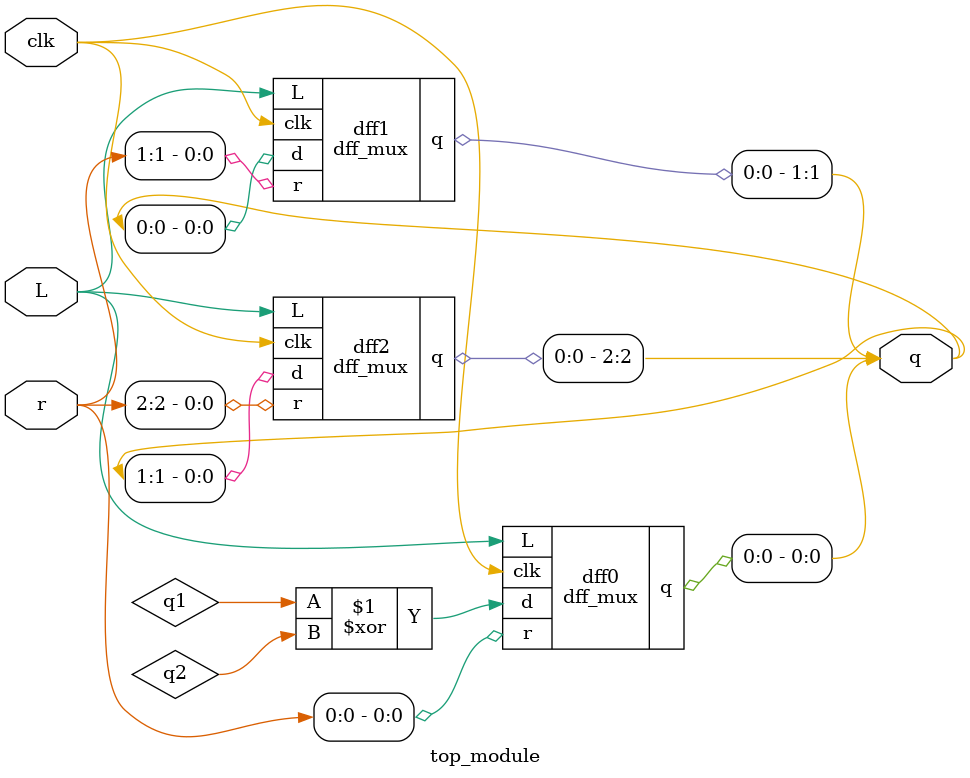
<source format=sv>
module dff_mux(
    input clk,
    input L,
    input d,
    input r,
    output reg q
);

always @(posedge clk) begin
    if (L) begin
        q <= r;
    end else begin
        q <= d;
    end
end

endmodule
module top_module(
    input clk,
    input L,
    input [2:0] r,
    output [2:0] q
);

wire q0, q1, q2; // Internal wires to connect submodules

// First instance
dff_mux dff0(
    .clk(clk),
    .L(L),
    .d(q1 ^ q2),
    .r(r[0]),
    .q(q[0])
);

// Second instance
dff_mux dff1(
    .clk(clk),
    .L(L),
    .d(q[0]),
    .r(r[1]),
    .q(q[1])
);

// Third instance
dff_mux dff2(
    .clk(clk),
    .L(L),
    .d(q[1]),
    .r(r[2]),
    .q(q[2])
);

endmodule

</source>
